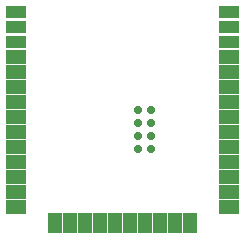
<source format=gts>
G04 Layer_Color=8388736*
%FSAX44Y44*%
%MOMM*%
G71*
G01*
G75*
%ADD35R,1.7032X1.1032*%
%ADD36R,1.7032X1.1532*%
%ADD37R,1.1532X1.7032*%
%ADD38C,0.7032*%
D35*
X01060196Y00908000D02*
D03*
Y00895300D02*
D03*
Y00882600D02*
D03*
X00879696D02*
D03*
Y00895300D02*
D03*
Y00908000D02*
D03*
D36*
X01060196Y00869900D02*
D03*
Y00857200D02*
D03*
Y00844500D02*
D03*
Y00831800D02*
D03*
Y00819100D02*
D03*
Y00806400D02*
D03*
Y00793700D02*
D03*
Y00781000D02*
D03*
Y00768300D02*
D03*
Y00755600D02*
D03*
Y00742900D02*
D03*
X00879696D02*
D03*
Y00755600D02*
D03*
Y00768300D02*
D03*
Y00781000D02*
D03*
Y00793700D02*
D03*
Y00806400D02*
D03*
Y00819100D02*
D03*
Y00831800D02*
D03*
Y00844500D02*
D03*
Y00857200D02*
D03*
Y00869900D02*
D03*
D37*
X01027096Y00728900D02*
D03*
X01014396D02*
D03*
X01001696D02*
D03*
X00988996D02*
D03*
X00976296D02*
D03*
X00963596D02*
D03*
X00950896D02*
D03*
X00938196D02*
D03*
X00925496D02*
D03*
X00912796D02*
D03*
D38*
X00983000Y00792000D02*
D03*
X00994000D02*
D03*
X00983000Y00803000D02*
D03*
X00994000D02*
D03*
X00983000Y00814000D02*
D03*
X00994000D02*
D03*
X00983000Y00825000D02*
D03*
X00994000D02*
D03*
M02*

</source>
